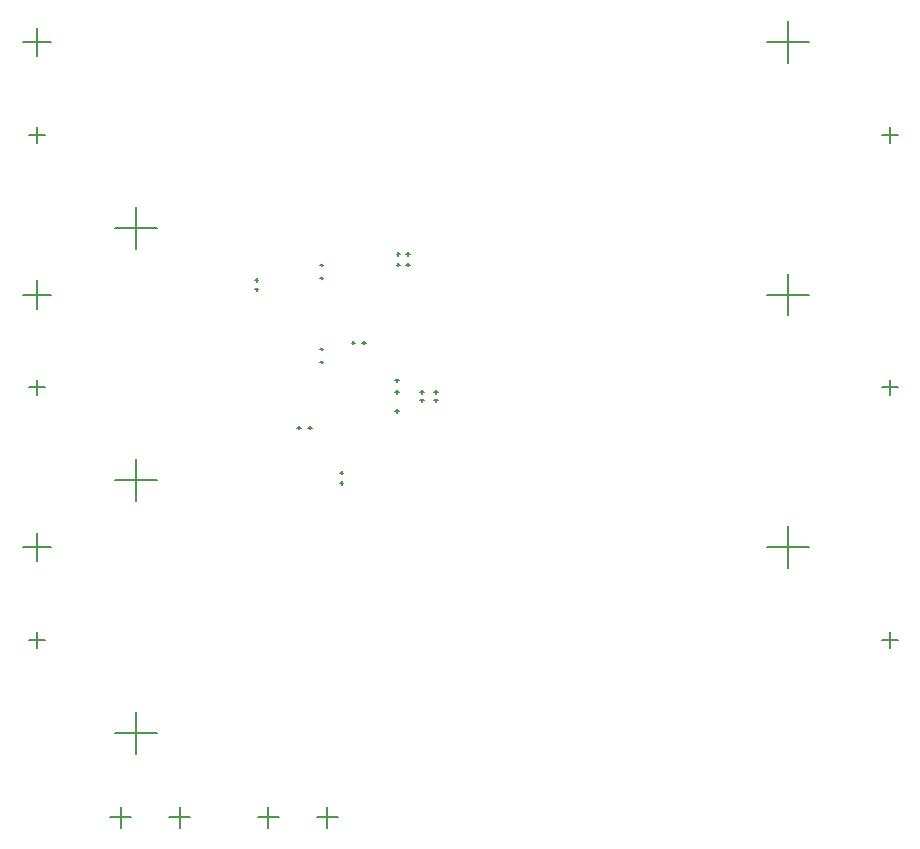
<source format=gbr>
%TF.GenerationSoftware,Altium Limited,Altium Designer,21.6.1 (37)*%
G04 Layer_Color=128*
%FSLAX45Y45*%
%MOMM*%
%TF.SameCoordinates,713E3131-B0EE-4415-9D9D-843BC13DAD56*%
%TF.FilePolarity,Positive*%
%TF.FileFunction,Drillmap*%
%TF.Part,Single*%
G01*
G75*
%TA.AperFunction,NonConductor*%
%ADD69C,0.12700*%
D69*
X7545000Y6180000D02*
X7677000D01*
X7611000Y6114000D02*
Y6246000D01*
X269500Y6967000D02*
X508500D01*
X389000Y6847500D02*
Y7086500D01*
X1049500Y5393000D02*
X1404500D01*
X1227000Y5215500D02*
Y5570500D01*
X6569500Y6967000D02*
X6924500D01*
X6747000Y6789500D02*
Y7144500D01*
X323000Y6180000D02*
X455000D01*
X389000Y6114000D02*
Y6246000D01*
X7545000Y4040000D02*
X7677000D01*
X7611000Y3974000D02*
Y4106000D01*
X269500Y4826999D02*
X508500D01*
X389000Y4707500D02*
Y4946499D01*
X1049500Y3253000D02*
X1404500D01*
X1227000Y3075500D02*
Y3430500D01*
X6569500Y4826999D02*
X6924500D01*
X6747000Y4649499D02*
Y5004500D01*
X323000Y4040000D02*
X455000D01*
X389000Y3974000D02*
Y4105999D01*
X7545000Y1900000D02*
X7677000D01*
X7611000Y1834000D02*
Y1966000D01*
X269500Y2687000D02*
X508500D01*
X389000Y2567500D02*
Y2806500D01*
X1049500Y1113000D02*
X1404500D01*
X1227000Y935500D02*
Y1290500D01*
X6569500Y2687000D02*
X6924500D01*
X6747000Y2509500D02*
Y2864500D01*
X323000Y1900000D02*
X455000D01*
X389000Y1834000D02*
Y1966000D01*
X2760000Y400000D02*
X2940000D01*
X2850000Y310000D02*
Y490000D01*
X2260000Y400000D02*
X2440000D01*
X2350000Y310000D02*
Y490000D01*
X1510000Y400000D02*
X1690000D01*
X1600000Y310000D02*
Y490000D01*
X1010000Y400000D02*
X1190000D01*
X1100000Y310000D02*
Y490000D01*
X2595000Y3700000D02*
X2625000D01*
X2610000Y3685000D02*
Y3715000D01*
X2685000Y3700000D02*
X2715000D01*
X2700000Y3685000D02*
Y3715000D01*
X3755000Y4000000D02*
X3785000D01*
X3770000Y3985000D02*
Y4015000D01*
X3635000Y4000000D02*
X3665000D01*
X3650000Y3985000D02*
Y4015000D01*
X3755000Y3930000D02*
X3785000D01*
X3770000Y3915000D02*
Y3945000D01*
X3425000Y4000000D02*
X3455000D01*
X3440000Y3985000D02*
Y4015000D01*
X3425000Y4100000D02*
X3455000D01*
X3440000Y4085000D02*
Y4115000D01*
X3635000Y3930000D02*
X3665000D01*
X3650000Y3915000D02*
Y3945000D01*
X3425000Y3840000D02*
X3455000D01*
X3440000Y3825000D02*
Y3855000D01*
X2955000Y3320000D02*
X2985000D01*
X2970000Y3305000D02*
Y3335000D01*
X2955000Y3230000D02*
X2985000D01*
X2970000Y3215000D02*
Y3245000D01*
X3055000Y4420000D02*
X3085000D01*
X3070000Y4405000D02*
Y4435000D01*
X3145000Y4420000D02*
X3175000D01*
X3160000Y4405000D02*
Y4435000D01*
X3515000Y5170000D02*
X3545000D01*
X3530000Y5155000D02*
Y5185000D01*
X3515000Y5080000D02*
X3545000D01*
X3530000Y5065000D02*
Y5095000D01*
X3435000Y5080000D02*
X3465000D01*
X3450000Y5065000D02*
Y5095000D01*
X3435000Y5170000D02*
X3465000D01*
X3450000Y5155000D02*
Y5185000D01*
X2235000Y4870000D02*
X2265000D01*
X2250000Y4855000D02*
Y4885000D01*
X2235000Y4950000D02*
X2265000D01*
X2250000Y4935000D02*
Y4965000D01*
X2790000Y5075000D02*
X2810000D01*
X2800000Y5065000D02*
Y5085000D01*
X2790000Y4965000D02*
X2810000D01*
X2800000Y4955000D02*
Y4975000D01*
X2790000Y4365000D02*
X2810000D01*
X2800000Y4355000D02*
Y4375000D01*
X2790000Y4255000D02*
X2810000D01*
X2800000Y4245000D02*
Y4265000D01*
%TF.MD5,acba06d9fba9c673ce120c06c4214ff3*%
M02*

</source>
